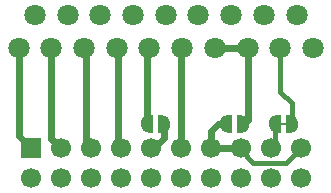
<source format=gbr>
G04 DipTrace 3.3.1.3*
G04 Bottom.gbr*
%MOIN*%
G04 #@! TF.FileFunction,Copper,L2,Bot*
G04 #@! TF.Part,Single*
%AMOUTLINE0*
4,1,14,
-0.01642,-0.014815,
-0.011571,-0.022199,
-0.00397,-0.027295,
0.005709,-0.029016,
0.019547,-0.029022,
0.019547,0.029022,
0.005512,0.029016,
-0.002975,0.027685,
-0.010255,0.024241,
-0.016113,0.017575,
-0.018537,0.011514,
-0.019547,0.003232,
-0.019547,-0.003232,
-0.018537,-0.009293,
-0.01642,-0.014815,
0*%
%AMOUTLINE1*
4,1,14,
0.01642,0.014815,
0.011571,0.022199,
0.00397,0.027295,
-0.005709,0.029016,
-0.019547,0.029022,
-0.019547,-0.029022,
-0.005512,-0.029016,
0.002975,-0.027685,
0.010255,-0.024241,
0.016113,-0.017575,
0.018537,-0.011514,
0.019547,-0.003232,
0.019547,0.003232,
0.018537,0.009293,
0.01642,0.014815,
0*%
G04 #@! TA.AperFunction,Conductor*
%ADD13C,0.023622*%
%ADD14C,0.015748*%
%ADD15C,0.007874*%
G04 #@! TA.AperFunction,ComponentPad*
%ADD16C,0.070866*%
%ADD17C,0.066929*%
%ADD18R,0.066929X0.066929*%
%ADD33OUTLINE0*%
%ADD34OUTLINE1*%
%FSLAX26Y26*%
G04*
G70*
G90*
G75*
G01*
G04 Bottom*
%LPD*%
X1343719Y643701D2*
D13*
Y972235D1*
X1348247Y976762D1*
X1566357D2*
Y738986D1*
X1552411Y725039D1*
X1457302Y976762D2*
X1566357D1*
X1231288Y725039D2*
Y968858D1*
X1239192Y976762D1*
X1715007Y725034D2*
D14*
Y793235D1*
X1675412Y832829D1*
Y976762D1*
X1643719Y643701D2*
X1657687D1*
Y725034D1*
D15*
X1715007D1*
X1130137Y976762D2*
D13*
X1133240D1*
Y654180D1*
X1143719Y643701D1*
X802971Y976762D2*
Y684449D1*
X843719Y643701D1*
X912026Y976762D2*
Y675394D1*
X943719Y643701D1*
X1021082Y976762D2*
X1028449D1*
Y658971D1*
X1043719Y643701D1*
X1543719D2*
X1443719D1*
X1543719D2*
D14*
Y636802D1*
X1585877Y594644D1*
X1694663D1*
X1743719Y643701D1*
X1495091Y725039D2*
D13*
X1468147D1*
X1443719Y700612D1*
Y643701D1*
X1243719D2*
X1253272D1*
X1288608Y679037D1*
Y725039D1*
D16*
X1784467Y976762D3*
X1729940Y1088573D3*
X1675412Y976762D3*
X1620885Y1088573D3*
X1566357Y976762D3*
X1511830Y1088573D3*
X1457302Y976762D3*
X1402774Y1088573D3*
X1348247Y976762D3*
X1293719Y1088573D3*
X1239192Y976762D3*
X1184664Y1088573D3*
X1130137Y976762D3*
X1075609Y1088573D3*
X1021082Y976762D3*
X966554Y1088573D3*
X912026Y976762D3*
X857499Y1088573D3*
X802971Y976762D3*
D17*
X1743719Y643701D3*
Y543701D3*
X1643719Y643701D3*
Y543701D3*
X1543719Y643701D3*
Y543701D3*
X1443719Y643701D3*
Y543701D3*
X1343719Y643701D3*
Y543701D3*
X1243719Y643701D3*
Y543701D3*
X1143719Y643701D3*
Y543701D3*
X1043719Y643701D3*
Y543701D3*
X943719Y643701D3*
Y543701D3*
D18*
X843719Y643701D3*
D17*
Y543701D3*
D33*
X1231288Y725039D3*
D34*
X1288608D3*
X1715007Y725034D3*
D33*
X1657687D3*
D34*
X1552411Y725039D3*
D33*
X1495091D3*
M02*

</source>
